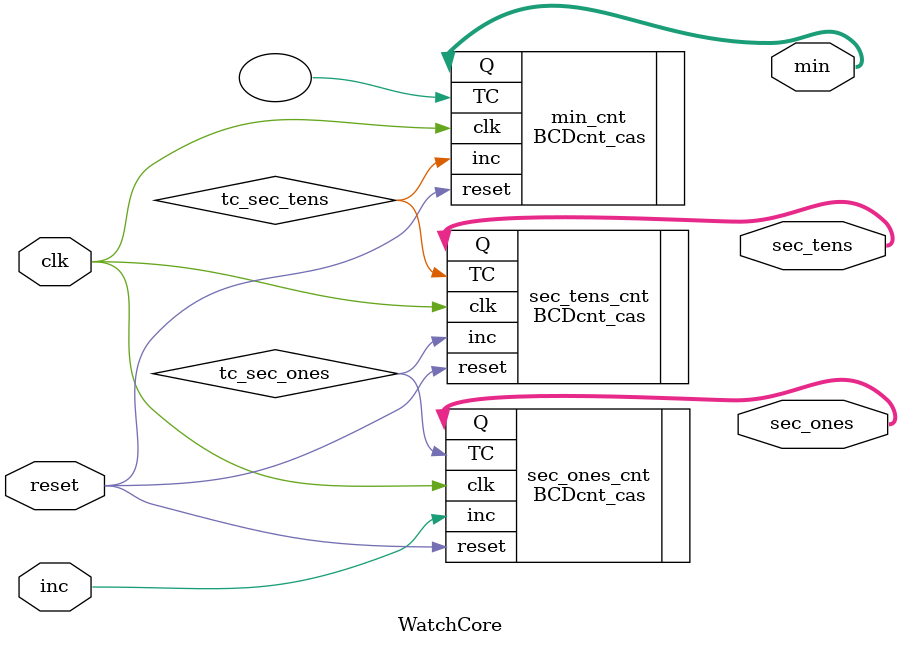
<source format=v>
`timescale 1ns / 1ps

module WatchCore(
    input clk, reset, inc,  // inc is the enable signal from pulse generator
    output reg [3:0] sec_ones, sec_tens, min
    );

    wire tc_sec_ones, tc_sec_tens;

    BCDcnt_cas sec_ones_cnt(
        .Q(sec_ones),
        .TC(tc_sec_ones),
        .inc(inc),
        .reset(reset),
        .clk(clk)
    );

    BCDcnt_cas sec_tens_cnt(
        .Q(sec_tens),
        .TC(tc_sec_tens),
        .inc(tc_sec_ones),
        .reset(reset),
        .clk(clk)
    );

    BCDcnt_cas min_cnt(
        .Q(min),
        .TC(),
        .inc(tc_sec_tens),
        .reset(reset),
        .clk(clk)
    );
endmodule

</source>
